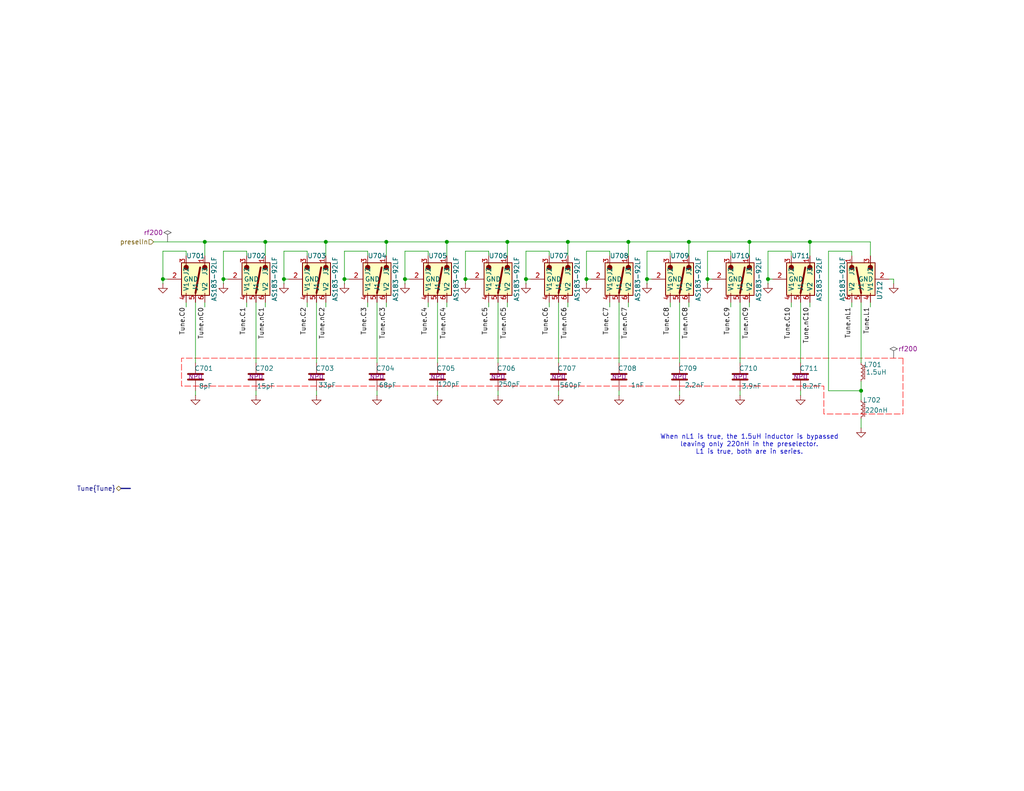
<source format=kicad_sch>
(kicad_sch (version 20250114) (generator "eeschema") (generator_version "9.0")
  (paper "USLetter")
  (title_block (title "Rx Digitally Tuned Preselector") (date "2025-10-13") (company "WB7NAB") (comment 1 "Alan Mimms"))
  (lib_symbols
    (symbol "Device:C" (pin_numbers (hide yes)) (pin_names (offset 0.254))
      (property "Reference" "C" (at 0.635 2.54 0))
      (property "Value" "C" (at 0.635 -2.54 0))
      (symbol "C_0_1"
        (polyline (pts (xy -2.032 0.762) (xy 2.032 0.762)) (stroke (width 0.508)))
        (polyline (pts (xy -2.032 -0.762) (xy 2.032 -0.762)) (stroke (width 0.508)))
      )
      (symbol "C_1_1"
        (pin passive line (at 0 3.81 270) (length 2.794) (name "~") (number "1"))
        (pin passive line (at 0 -3.81 90) (length 2.794) (name "~") (number "2"))
      )
    )
    (symbol "Device:L_Ferrite_Small" (pin_numbers (hide yes)) (pin_names (offset 0.254) (hide yes))
      (property "Reference" "L" (at 1.27 1.016 0))
      (property "Value" "L_Ferrite_Small" (at 1.27 -1.27 0))
      (symbol "L_Ferrite_Small_0_1"
        (arc (start 0 2.032) (mid 0.5058 1.524) (end 0 1.016))
        (arc (start 0 1.016) (mid 0.5058 0.508) (end 0 0))
        (arc (start 0 0) (mid 0.5058 -0.508) (end 0 -1.016))
        (arc (start 0 -1.016) (mid 0.5058 -1.524) (end 0 -2.032))
        (polyline (pts (xy 0.762 1.651) (xy 0.762 1.905)))
        (polyline (pts (xy 0.762 1.143) (xy 0.762 1.397)))
        (polyline (pts (xy 0.762 0.635) (xy 0.762 0.889)))
        (polyline (pts (xy 0.762 0.127) (xy 0.762 0.381)))
        (polyline (pts (xy 0.762 -0.381) (xy 0.762 -0.127)))
        (polyline (pts (xy 0.762 -0.889) (xy 0.762 -0.635)))
        (polyline (pts (xy 0.762 -1.397) (xy 0.762 -1.143)))
        (polyline (pts (xy 0.762 -1.905) (xy 0.762 -1.651)))
        (polyline (pts (xy 1.016 1.905) (xy 1.016 1.651)))
        (polyline (pts (xy 1.016 1.397) (xy 1.016 1.143)))
        (polyline (pts (xy 1.016 0.889) (xy 1.016 0.635)))
        (polyline (pts (xy 1.016 0.381) (xy 1.016 0.127)))
        (polyline (pts (xy 1.016 -0.127) (xy 1.016 -0.381)))
        (polyline (pts (xy 1.016 -0.635) (xy 1.016 -0.889)))
        (polyline (pts (xy 1.016 -1.143) (xy 1.016 -1.397)))
        (polyline (pts (xy 1.016 -1.651) (xy 1.016 -1.905)))
      )
      (symbol "L_Ferrite_Small_1_1"
        (pin passive line (at 0 2.54 270) (length 0.508) (name "~") (number "1"))
        (pin passive line (at 0 -2.54 90) (length 0.508) (name "~") (number "2"))
      )
    )
    (symbol "Library:AS183-92LF"
      (property "Reference" "S" (at 21.59 7.62 0))
      (property "Value" "AS183-92LF" (at 21.59 5.08 0))
      (symbol "AS183-92LF_1_1"
        (rectangle (start -4.445 3.81) (end 4.445 -3.81) (stroke (width 0.254)) (fill (type background)))
        (circle (center -3.175 2.54) (radius 0.635) (fill (type outline)))
        (circle (center -3.175 -2.54) (radius 0.635) (fill (type outline)))
        (polyline (pts (xy 3.81 2.54) (xy 1.27 2.54) (xy 1.27 0.635)) (stroke (width 0.127) (type dot)))
        (polyline (pts (xy 3.81 0) (xy -3.175 1.27)) (stroke (width 0.508)))
        (polyline (pts (xy 3.81 -2.54) (xy 1.27 -2.54) (xy 1.27 -1.27)) (stroke (width 0.127) (type dot)))
        (pin passive line (at -6.35 2.54 0) (length 2.54) (name "J3") (number "1"))
        (pin passive line (at -6.35 -2.54 0) (length 2.54) (name "J2") (number "3"))
        (pin passive line (at 0 -7.62 90) (length 3.81) (name "GND") (number "2"))
        (pin passive line (at 6.35 2.54 180) (length 2.54) (name "V2") (number "6"))
        (pin passive line (at 6.35 0 180) (length 2.54) (name "J1") (number "5"))
        (pin passive line (at 6.35 -2.54 180) (length 2.54) (name "V1") (number "4"))
      )
    )
    (symbol "power:GND" (power) (pin_numbers (hide yes)) (pin_names (offset 0) (hide yes))
      (property "Value" "GND" (at 0 -3.81 0))
      (symbol "GND_0_1"
        (polyline (pts (xy 0 0) (xy 0 -1.27) (xy 1.27 -1.27) (xy 0 -2.54) (xy -1.27 -1.27) (xy 0 -1.27)))
      )
      (symbol "GND_1_1"
        (pin power_in line (at 0 0 270) (length 0) (name "~") (number "1"))
      )
    )
  )
  (bus_alias "Tune" (members "C0" "nC0" "C1" "nC1" "C2" "nC2" "C3" "nC3" "C4" "nC4" "C5" "nC5" "C6" "nC6" "C7" "nC7" "C8" "nC8" "C9" "nC9" "C10" "nC10" "L1" "nL1" "atten24dB" "atten12dB" "atten6dB" "atten3dB" "n24dB" "n12dB" "n6dB" "n3dB"))
  (text "When nL1 is true, the 1.5uH inductor is bypassed\nleaving only 220nH in the preselector.\nL1 is true, both are in series." (at 204.47 121.412 0) (effects (font (size 1.27 1.27))))
  (junction (at 220.98 66.04))
  (junction (at 193.04 76.2))
  (junction (at 105.41 66.04))
  (junction (at 154.94 66.04))
  (junction (at 127 76.2))
  (junction (at 138.43 66.04))
  (junction (at 234.95 106.68))
  (junction (at 204.47 66.04))
  (junction (at 176.53 76.2))
  (junction (at 209.55 76.2))
  (junction (at 171.45 66.04))
  (junction (at 160.02 76.2))
  (junction (at 143.51 76.2))
  (junction (at 77.47 76.2))
  (junction (at 60.96 76.2))
  (junction (at 110.49 76.2))
  (junction (at 187.96 66.04))
  (junction (at 93.98 76.2))
  (junction (at 44.45 76.2))
  (junction (at 121.92 66.04))
  (junction (at 72.39 66.04))
  (junction (at 55.88 66.04))
  (junction (at 88.9 66.04))
  (wire (pts (xy 226.06 68.58) (xy 232.41 68.58)))
  (wire (pts (xy 127 76.2) (xy 128.27 76.2)))
  (wire (pts (xy 60.96 76.2) (xy 60.96 68.58)))
  (wire (pts (xy 133.35 82.55) (xy 133.35 83.82)))
  (wire (pts (xy 176.53 77.47) (xy 176.53 76.2)))
  (wire (pts (xy 77.47 76.2) (xy 77.47 68.58)))
  (wire (pts (xy 67.31 82.55) (xy 67.31 83.82)))
  (wire (pts (xy 143.51 76.2) (xy 144.78 76.2)))
  (wire (pts (xy 182.88 82.55) (xy 182.88 83.82)))
  (wire (pts (xy 237.49 69.85) (xy 237.49 66.04)))
  (bus (pts (xy 33.02 133.35) (xy 35.56 133.35)))
  (wire (pts (xy 102.87 82.55) (xy 102.87 99.06)))
  (wire (pts (xy 110.49 68.58) (xy 116.84 68.58)))
  (wire (pts (xy 182.88 68.58) (xy 182.88 69.85)))
  (wire (pts (xy 60.96 77.47) (xy 60.96 76.2)))
  (wire (pts (xy 166.37 68.58) (xy 166.37 69.85)))
  (wire (pts (xy 209.55 68.58) (xy 215.9 68.58)))
  (wire (pts (xy 119.38 82.55) (xy 119.38 99.06)))
  (wire (pts (xy 209.55 76.2) (xy 210.82 76.2)))
  (wire (pts (xy 72.39 66.04) (xy 88.9 66.04)))
  (wire (pts (xy 187.96 66.04) (xy 187.96 69.85)))
  (wire (pts (xy 121.92 66.04) (xy 121.92 69.85)))
  (wire (pts (xy 160.02 77.47) (xy 160.02 76.2)))
  (wire (pts (xy 160.02 68.58) (xy 166.37 68.58)))
  (wire (pts (xy 93.98 77.47) (xy 93.98 76.2)))
  (wire (pts (xy 77.47 68.58) (xy 83.82 68.58)))
  (wire (pts (xy 154.94 66.04) (xy 171.45 66.04)))
  (wire (pts (xy 138.43 66.04) (xy 138.43 69.85)))
  (wire (pts (xy 110.49 77.47) (xy 110.49 76.2)))
  (wire (pts (xy 88.9 66.04) (xy 105.41 66.04)))
  (wire (pts (xy 226.06 68.58) (xy 226.06 106.68)))
  (wire (pts (xy 149.86 82.55) (xy 149.86 83.82)))
  (wire (pts (xy 193.04 68.58) (xy 199.39 68.58)))
  (wire (pts (xy 168.91 82.55) (xy 168.91 99.06)))
  (wire (pts (xy 242.57 76.2) (xy 243.84 76.2)))
  (wire (pts (xy 215.9 82.55) (xy 215.9 83.82)))
  (wire (pts (xy 135.89 82.55) (xy 135.89 99.06)))
  (wire (pts (xy 121.92 66.04) (xy 138.43 66.04)))
  (wire (pts (xy 69.85 106.68) (xy 69.85 107.95)))
  (wire (pts (xy 152.4 82.55) (xy 152.4 99.06)))
  (wire (pts (xy 185.42 82.55) (xy 185.42 99.06)))
  (wire (pts (xy 135.89 106.68) (xy 135.89 107.95)))
  (wire (pts (xy 187.96 66.04) (xy 204.47 66.04)))
  (wire (pts (xy 105.41 66.04) (xy 105.41 69.85)))
  (wire (pts (xy 127 68.58) (xy 133.35 68.58)))
  (wire (pts (xy 234.95 82.55) (xy 234.95 99.06)))
  (wire (pts (xy 86.36 82.55) (xy 86.36 99.06)))
  (wire (pts (xy 77.47 77.47) (xy 77.47 76.2)))
  (wire (pts (xy 193.04 76.2) (xy 194.31 76.2)))
  (wire (pts (xy 201.93 82.55) (xy 201.93 99.06)))
  (wire (pts (xy 105.41 66.04) (xy 121.92 66.04)))
  (wire (pts (xy 83.82 82.55) (xy 83.82 83.82)))
  (wire (pts (xy 105.41 82.55) (xy 105.41 83.82)))
  (wire (pts (xy 44.45 76.2) (xy 44.45 68.58)))
  (wire (pts (xy 209.55 76.2) (xy 209.55 68.58)))
  (wire (pts (xy 154.94 82.55) (xy 154.94 83.82)))
  (wire (pts (xy 60.96 76.2) (xy 62.23 76.2)))
  (wire (pts (xy 100.33 68.58) (xy 100.33 69.85)))
  (wire (pts (xy 234.95 106.68) (xy 234.95 109.22)))
  (wire (pts (xy 199.39 82.55) (xy 199.39 83.82)))
  (wire (pts (xy 69.85 82.55) (xy 69.85 99.06)))
  (wire (pts (xy 93.98 76.2) (xy 93.98 68.58)))
  (wire (pts (xy 110.49 76.2) (xy 110.49 68.58)))
  (wire (pts (xy 77.47 76.2) (xy 78.74 76.2)))
  (wire (pts (xy 199.39 68.58) (xy 199.39 69.85)))
  (wire (pts (xy 41.91 66.04) (xy 55.88 66.04)))
  (wire (pts (xy 53.34 82.55) (xy 53.34 99.06)))
  (wire (pts (xy 60.96 68.58) (xy 67.31 68.58)))
  (wire (pts (xy 176.53 76.2) (xy 176.53 68.58)))
  (wire (pts (xy 220.98 66.04) (xy 220.98 69.85)))
  (wire (pts (xy 72.39 82.55) (xy 72.39 83.82)))
  (wire (pts (xy 218.44 106.68) (xy 218.44 107.95)))
  (wire (pts (xy 127 76.2) (xy 127 68.58)))
  (wire (pts (xy 149.86 68.58) (xy 149.86 69.85)))
  (wire (pts (xy 160.02 76.2) (xy 161.29 76.2)))
  (wire (pts (xy 171.45 82.55) (xy 171.45 83.82)))
  (wire (pts (xy 185.42 106.68) (xy 185.42 107.95)))
  (wire (pts (xy 44.45 68.58) (xy 50.8 68.58)))
  (wire (pts (xy 67.31 68.58) (xy 67.31 69.85)))
  (wire (pts (xy 168.91 106.68) (xy 168.91 107.95)))
  (wire (pts (xy 160.02 76.2) (xy 160.02 68.58)))
  (wire (pts (xy 44.45 76.2) (xy 45.72 76.2)))
  (wire (pts (xy 86.36 106.68) (xy 86.36 107.95)))
  (wire (pts (xy 234.95 114.3) (xy 234.95 116.84)))
  (wire (pts (xy 209.55 77.47) (xy 209.55 76.2)))
  (wire (pts (xy 55.88 66.04) (xy 72.39 66.04)))
  (wire (pts (xy 50.8 82.55) (xy 50.8 83.82)))
  (wire (pts (xy 72.39 66.04) (xy 72.39 69.85)))
  (wire (pts (xy 138.43 82.55) (xy 138.43 83.82)))
  (wire (pts (xy 193.04 77.47) (xy 193.04 76.2)))
  (wire (pts (xy 232.41 82.55) (xy 232.41 83.82)))
  (wire (pts (xy 88.9 82.55) (xy 88.9 83.82)))
  (wire (pts (xy 83.82 68.58) (xy 83.82 69.85)))
  (wire (pts (xy 176.53 76.2) (xy 177.8 76.2)))
  (wire (pts (xy 110.49 76.2) (xy 111.76 76.2)))
  (wire (pts (xy 88.9 66.04) (xy 88.9 69.85)))
  (wire (pts (xy 243.84 76.2) (xy 243.84 77.47)))
  (wire (pts (xy 121.92 82.55) (xy 121.92 83.82)))
  (wire (pts (xy 171.45 66.04) (xy 187.96 66.04)))
  (wire (pts (xy 143.51 68.58) (xy 149.86 68.58)))
  (wire (pts (xy 119.38 106.68) (xy 119.38 107.95)))
  (wire (pts (xy 133.35 68.58) (xy 133.35 69.85)))
  (wire (pts (xy 53.34 106.68) (xy 53.34 107.95)))
  (wire (pts (xy 93.98 76.2) (xy 95.25 76.2)))
  (wire (pts (xy 55.88 82.55) (xy 55.88 83.82)))
  (wire (pts (xy 204.47 66.04) (xy 204.47 69.85)))
  (wire (pts (xy 204.47 66.04) (xy 220.98 66.04)))
  (wire (pts (xy 143.51 76.2) (xy 143.51 68.58)))
  (wire (pts (xy 237.49 66.04) (xy 220.98 66.04)))
  (wire (pts (xy 100.33 82.55) (xy 100.33 83.82)))
  (wire (pts (xy 204.47 82.55) (xy 204.47 83.82)))
  (wire (pts (xy 93.98 68.58) (xy 100.33 68.58)))
  (wire (pts (xy 152.4 106.68) (xy 152.4 107.95)))
  (wire (pts (xy 102.87 106.68) (xy 102.87 107.95)))
  (wire (pts (xy 237.49 82.55) (xy 237.49 83.82)))
  (wire (pts (xy 220.98 82.55) (xy 220.98 83.82)))
  (wire (pts (xy 193.04 76.2) (xy 193.04 68.58)))
  (wire (pts (xy 187.96 82.55) (xy 187.96 83.82)))
  (wire (pts (xy 166.37 82.55) (xy 166.37 83.82)))
  (wire (pts (xy 50.8 68.58) (xy 50.8 69.85)))
  (wire (pts (xy 234.95 104.14) (xy 234.95 106.68)))
  (wire (pts (xy 171.45 66.04) (xy 171.45 69.85)))
  (wire (pts (xy 218.44 82.55) (xy 218.44 99.06)))
  (wire (pts (xy 55.88 66.04) (xy 55.88 69.85)))
  (wire (pts (xy 138.43 66.04) (xy 154.94 66.04)))
  (wire (pts (xy 116.84 82.55) (xy 116.84 83.82)))
  (wire (pts (xy 127 77.47) (xy 127 76.2)))
  (wire (pts (xy 154.94 66.04) (xy 154.94 69.85)))
  (wire (pts (xy 232.41 68.58) (xy 232.41 69.85)))
  (wire (pts (xy 201.93 106.68) (xy 201.93 107.95)))
  (wire (pts (xy 116.84 68.58) (xy 116.84 69.85)))
  (wire (pts (xy 226.06 106.68) (xy 234.95 106.68)))
  (wire (pts (xy 215.9 68.58) (xy 215.9 69.85)))
  (wire (pts (xy 176.53 68.58) (xy 182.88 68.58)))
  (wire (pts (xy 44.45 77.47) (xy 44.45 76.2)))
  (wire (pts (xy 143.51 77.47) (xy 143.51 76.2)))
  (image (at 462.28 -25.4))
  (label "Tune.nC8" (at 187.96 83.82 270))
  (label "Tune.nC4" (at 121.92 83.82 270))
  (label "Tune.C4" (at 116.84 83.82 270))
  (label "Tune.nC2" (at 88.9 83.82 270))
  (label "Tune.nC3" (at 105.41 83.82 270))
  (label "Tune.C2" (at 83.82 83.82 270))
  (label "Tune.nC10" (at 220.98 83.82 270))
  (label "Tune.C10" (at 215.9 83.82 270))
  (label "Tune.nC5" (at 138.43 83.82 270))
  (label "Tune.C3" (at 100.33 83.82 270))
  (label "Tune.L1" (at 237.49 83.82 270))
  (label "Tune.C7" (at 166.37 83.82 270))
  (label "Tune.nC7" (at 171.45 83.82 270))
  (label "Tune.C8" (at 182.88 83.82 270))
  (label "Tune.C9" (at 199.39 83.82 270))
  (label "Tune.C5" (at 133.35 83.82 270))
  (label "Tune.C1" (at 67.31 83.82 270))
  (label "Tune.C0" (at 50.8 83.82 270))
  (label "Tune.nC1" (at 72.39 83.82 270))
  (label "Tune.nL1" (at 232.41 83.82 270))
  (label "Tune.C6" (at 149.86 83.82 270))
  (label "Tune.nC6" (at 154.94 83.82 270))
  (label "Tune.nC9" (at 204.47 83.82 270))
  (label "Tune.nC0" (at 55.88 83.82 270))
  (hierarchical_label "Tune{Tune}" (shape bidirectional) (at 33.02 133.35 180))
  (hierarchical_label "preselIn" (shape input) (at 41.91 66.04 180))
  (rule_area (polyline (pts (xy 246.38 97.79) (xy 246.38 113.03) (xy 224.79 113.03) (xy 224.79 105.41) (xy 49.53 105.41) (xy 49.53 97.79)) (stroke (width 0) (type dash))))
  (netclass_flag "" (length 2.54) (shape diamond) (at 243.84 97.79 0) (property "Netclass" "rf200" (at 245.0465 95.25 0) (effects (justify left))))
  (netclass_flag "" (length 2.54) (shape diamond) (at 45.72 66.04 0) (property "Netclass" "rf200" (at 44.5135 63.5 0) (effects (justify right))))
  (symbol (lib_id "Device:C") (at 86.36 102.87 0) (unit 1)
    (property "Reference" "C703" (at 91.186 100.584 0) (effects (justify right)))
    (property "Value" "33pF" (at 91.694 105.156 0) (effects (justify right)))
    (property "Footprint" "Capacitor_SMD:C_0603_1608Metric" (effects (hide yes)))
    (property "Description" "Unpolarized capacitor" (effects (hide yes)))
    (property "cap-type" "NP0" (at 86.36 102.87 0))
    (property "working-voltage" "50V" (effects (hide yes)))
    (property "Manufacturer_Name" "TDK" (effects (hide yes)))
    (property "Manufacturer_Part_Number" "CGA3E2C0G1H330J080AA" (effects (hide yes)))
    (property "Mouser Part Number" "810-CGA3E2C0G1H330J" (effects (hide yes)))
  )
  (symbol (lib_id "power:GND") (at 86.36 107.95 0) (unit 1)
    (property "Reference" "#PWR0706" (effects (hide yes)))
    (property "Value" "GND" (effects (hide yes)))
    (property "Description" "Power symbol creates a global label with name \"GND\" , ground" (effects (hide yes)))
  )
  (symbol (lib_id "power:GND") (at 168.91 107.95 0) (unit 1)
    (property "Reference" "#PWR0716" (effects (hide yes)))
    (property "Value" "GND" (effects (hide yes)))
    (property "Description" "Power symbol creates a global label with name \"GND\" , ground" (effects (hide yes)))
  )
  (symbol (lib_id "Library:AS183-92LF") (at 234.95 76.2 90) (mirror x) (unit 1)
    (property "Reference" "U712" (at 240.03 76.708 0) (effects (justify left)))
    (property "Value" "AS183-92LF" (at 229.87 76.2 0))
    (property "Footprint" "Library:SOT65P220X110-6N" (effects (hide yes)))
    (property "Datasheet" "https://www.skyworksinc.com/-/media/SkyWorks/Documents/Products/1-100/200177D.pdf" (effects (hide yes)))
    (property "Description" "RF Switch ICs .3-2500MHz IL .3dB IP3 +43dBm" (effects (hide yes)))
    (property "Height" "1.1" (effects (hide yes)))
    (property "Mouser Part Number" "873-AS183-92LF" (effects (hide yes)))
    (property "Mouser Price/Stock" "https://www.mouser.co.uk/ProductDetail/Skyworks-Solutions-Inc/AS183-92LF?qs=WMHGlxXAKT9uKJ5iI33IgQ%3D%3D" (effects (hide yes)))
    (property "Manufacturer_Name" "Skyworks" (effects (hide yes)))
    (property "Manufacturer_Part_Number" "AS183-92LF" (effects (hide yes)))
  )
  (symbol (lib_id "power:GND") (at 135.89 107.95 0) (unit 1)
    (property "Reference" "#PWR0712" (effects (hide yes)))
    (property "Value" "GND" (effects (hide yes)))
    (property "Description" "Power symbol creates a global label with name \"GND\" , ground" (effects (hide yes)))
  )
  (symbol (lib_id "Device:C") (at 53.34 102.87 0) (unit 1)
    (property "Reference" "C701" (at 58.166 100.584 0) (effects (justify right)))
    (property "Value" "8pF" (at 57.912 105.41 0) (effects (justify right)))
    (property "Footprint" "Capacitor_SMD:C_0603_1608Metric" (effects (hide yes)))
    (property "Description" "Unpolarized capacitor" (effects (hide yes)))
    (property "cap-type" "NP0" (at 53.34 102.87 0))
    (property "working-voltage" "50V" (effects (hide yes)))
    (property "Manufacturer_Name" "TDK" (effects (hide yes)))
    (property "Manufacturer_Part_Number" "CGA3E2C0G1H080D080AA" (effects (hide yes)))
    (property "Mouser Part Number" "810-CGA3E2C0G1H080D" (effects (hide yes)))
  )
  (symbol (lib_id "Library:AS183-92LF") (at 201.93 76.2 270) (unit 1)
    (property "Reference" "U710" (at 199.39 69.85 90) (effects (justify left)))
    (property "Value" "AS183-92LF" (at 207.01 76.2 0))
    (property "Footprint" "Library:SOT65P220X110-6N" (effects (hide yes)))
    (property "Datasheet" "https://www.skyworksinc.com/-/media/SkyWorks/Documents/Products/1-100/200177D.pdf" (effects (hide yes)))
    (property "Description" "RF Switch ICs .3-2500MHz IL .3dB IP3 +43dBm" (effects (hide yes)))
    (property "Height" "1.1" (effects (hide yes)))
    (property "Mouser Part Number" "873-AS183-92LF" (effects (hide yes)))
    (property "Mouser Price/Stock" "https://www.mouser.co.uk/ProductDetail/Skyworks-Solutions-Inc/AS183-92LF?qs=WMHGlxXAKT9uKJ5iI33IgQ%3D%3D" (effects (hide yes)))
    (property "Manufacturer_Name" "Skyworks" (effects (hide yes)))
    (property "Manufacturer_Part_Number" "AS183-92LF" (effects (hide yes)))
  )
  (symbol (lib_id "power:GND") (at 209.55 77.47 0) (unit 1)
    (property "Reference" "#PWR0721" (effects (hide yes)))
    (property "Value" "GND" (effects (hide yes)))
    (property "Description" "Power symbol creates a global label with name \"GND\" , ground" (effects (hide yes)))
  )
  (symbol (lib_id "power:GND") (at 193.04 77.47 0) (unit 1)
    (property "Reference" "#PWR0719" (effects (hide yes)))
    (property "Value" "GND" (effects (hide yes)))
    (property "Description" "Power symbol creates a global label with name \"GND\" , ground" (effects (hide yes)))
  )
  (symbol (lib_id "power:GND") (at 234.95 116.84 0) (unit 1)
    (property "Reference" "#PWR0723" (effects (hide yes)))
    (property "Value" "GND" (effects (hide yes)))
    (property "Description" "Power symbol creates a global label with name \"GND\" , ground" (effects (hide yes)))
  )
  (symbol (lib_id "Library:AS183-92LF") (at 135.89 76.2 270) (unit 1)
    (property "Reference" "U706" (at 133.35 69.85 90) (effects (justify left)))
    (property "Value" "AS183-92LF" (at 140.97 76.2 0))
    (property "Footprint" "Library:SOT65P220X110-6N" (effects (hide yes)))
    (property "Datasheet" "https://www.skyworksinc.com/-/media/SkyWorks/Documents/Products/1-100/200177D.pdf" (effects (hide yes)))
    (property "Description" "RF Switch ICs .3-2500MHz IL .3dB IP3 +43dBm" (effects (hide yes)))
    (property "Height" "1.1" (effects (hide yes)))
    (property "Mouser Part Number" "873-AS183-92LF" (effects (hide yes)))
    (property "Mouser Price/Stock" "https://www.mouser.co.uk/ProductDetail/Skyworks-Solutions-Inc/AS183-92LF?qs=WMHGlxXAKT9uKJ5iI33IgQ%3D%3D" (effects (hide yes)))
    (property "Manufacturer_Name" "Skyworks" (effects (hide yes)))
    (property "Manufacturer_Part_Number" "AS183-92LF" (effects (hide yes)))
  )
  (symbol (lib_id "power:GND") (at 127 77.47 0) (unit 1)
    (property "Reference" "#PWR0711" (effects (hide yes)))
    (property "Value" "GND" (effects (hide yes)))
    (property "Description" "Power symbol creates a global label with name \"GND\" , ground" (effects (hide yes)))
  )
  (symbol (lib_id "power:GND") (at 53.34 107.95 0) (unit 1)
    (property "Reference" "#PWR0702" (effects (hide yes)))
    (property "Value" "GND" (effects (hide yes)))
    (property "Description" "Power symbol creates a global label with name \"GND\" , ground" (effects (hide yes)))
  )
  (symbol (lib_id "Library:AS183-92LF") (at 152.4 76.2 270) (unit 1)
    (property "Reference" "U707" (at 149.86 69.85 90) (effects (justify left)))
    (property "Value" "AS183-92LF" (at 157.48 76.2 0))
    (property "Footprint" "Library:SOT65P220X110-6N" (effects (hide yes)))
    (property "Datasheet" "https://www.skyworksinc.com/-/media/SkyWorks/Documents/Products/1-100/200177D.pdf" (effects (hide yes)))
    (property "Description" "RF Switch ICs .3-2500MHz IL .3dB IP3 +43dBm" (effects (hide yes)))
    (property "Height" "1.1" (effects (hide yes)))
    (property "Mouser Part Number" "873-AS183-92LF" (effects (hide yes)))
    (property "Mouser Price/Stock" "https://www.mouser.co.uk/ProductDetail/Skyworks-Solutions-Inc/AS183-92LF?qs=WMHGlxXAKT9uKJ5iI33IgQ%3D%3D" (effects (hide yes)))
    (property "Manufacturer_Name" "Skyworks" (effects (hide yes)))
    (property "Manufacturer_Part_Number" "AS183-92LF" (effects (hide yes)))
  )
  (symbol (lib_id "Library:AS183-92LF") (at 119.38 76.2 270) (unit 1)
    (property "Reference" "U705" (at 116.84 69.85 90) (effects (justify left)))
    (property "Value" "AS183-92LF" (at 124.46 76.2 0))
    (property "Footprint" "Library:SOT65P220X110-6N" (effects (hide yes)))
    (property "Datasheet" "https://www.skyworksinc.com/-/media/SkyWorks/Documents/Products/1-100/200177D.pdf" (effects (hide yes)))
    (property "Description" "RF Switch ICs .3-2500MHz IL .3dB IP3 +43dBm" (effects (hide yes)))
    (property "Height" "1.1" (effects (hide yes)))
    (property "Mouser Part Number" "873-AS183-92LF" (effects (hide yes)))
    (property "Mouser Price/Stock" "https://www.mouser.co.uk/ProductDetail/Skyworks-Solutions-Inc/AS183-92LF?qs=WMHGlxXAKT9uKJ5iI33IgQ%3D%3D" (effects (hide yes)))
    (property "Manufacturer_Name" "Skyworks" (effects (hide yes)))
    (property "Manufacturer_Part_Number" "AS183-92LF" (effects (hide yes)))
  )
  (symbol (lib_id "power:GND") (at 218.44 107.95 0) (unit 1)
    (property "Reference" "#PWR0722" (effects (hide yes)))
    (property "Value" "GND" (effects (hide yes)))
    (property "Description" "Power symbol creates a global label with name \"GND\" , ground" (effects (hide yes)))
  )
  (symbol (lib_id "power:GND") (at 201.93 107.95 0) (unit 1)
    (property "Reference" "#PWR0720" (effects (hide yes)))
    (property "Value" "GND" (effects (hide yes)))
    (property "Description" "Power symbol creates a global label with name \"GND\" , ground" (effects (hide yes)))
  )
  (symbol (lib_id "power:GND") (at 102.87 107.95 0) (unit 1)
    (property "Reference" "#PWR0708" (effects (hide yes)))
    (property "Value" "GND" (effects (hide yes)))
    (property "Description" "Power symbol creates a global label with name \"GND\" , ground" (effects (hide yes)))
  )
  (symbol (lib_id "power:GND") (at 243.84 77.47 0) (mirror y) (unit 1)
    (property "Reference" "#PWR0724" (effects (hide yes)))
    (property "Value" "GND" (effects (hide yes)))
    (property "Description" "Power symbol creates a global label with name \"GND\" , ground" (effects (hide yes)))
  )
  (symbol (lib_id "Library:AS183-92LF") (at 53.34 76.2 270) (unit 1)
    (property "Reference" "U701" (at 50.8 69.85 90) (effects (justify left)))
    (property "Value" "AS183-92LF" (at 58.42 76.2 0))
    (property "Footprint" "Library:SOT65P220X110-6N" (effects (hide yes)))
    (property "Datasheet" "https://www.skyworksinc.com/-/media/SkyWorks/Documents/Products/1-100/200177D.pdf" (effects (hide yes)))
    (property "Description" "RF Switch ICs .3-2500MHz IL .3dB IP3 +43dBm" (effects (hide yes)))
    (property "Height" "1.1" (effects (hide yes)))
    (property "Mouser Part Number" "873-AS183-92LF" (effects (hide yes)))
    (property "Mouser Price/Stock" "https://www.mouser.co.uk/ProductDetail/Skyworks-Solutions-Inc/AS183-92LF?qs=WMHGlxXAKT9uKJ5iI33IgQ%3D%3D" (effects (hide yes)))
    (property "Manufacturer_Name" "Skyworks" (effects (hide yes)))
    (property "Manufacturer_Part_Number" "AS183-92LF" (effects (hide yes)))
  )
  (symbol (lib_id "Device:C") (at 135.89 102.87 0) (unit 1)
    (property "Reference" "C706" (at 140.716 100.584 0) (effects (justify right)))
    (property "Value" "250pF" (at 141.986 104.902 0) (effects (justify right)))
    (property "Footprint" "Capacitor_SMD:C_0603_1608Metric" (effects (hide yes)))
    (property "Description" "Unpolarized capacitor" (effects (hide yes)))
    (property "cap-type" "NP0" (at 135.89 102.87 0))
    (property "working-voltage" "50V" (effects (hide yes)))
    (property "Manufacturer_Name" "Kyocera AVX" (effects (hide yes)))
    (property "Manufacturer_Part_Number" "06035A251JAT2A" (effects (hide yes)))
    (property "Mouser Part Number" "581-06035A251J" (effects (hide yes)))
  )
  (symbol (lib_id "Device:C") (at 168.91 102.87 0) (unit 1)
    (property "Reference" "C708" (at 173.736 100.584 0) (effects (justify right)))
    (property "Value" "1nF" (at 175.768 105.156 0) (effects (justify right)))
    (property "Footprint" "Capacitor_SMD:C_0603_1608Metric" (effects (hide yes)))
    (property "Description" "Unpolarized capacitor" (effects (hide yes)))
    (property "cap-type" "NP0" (at 168.91 102.87 0))
    (property "working-voltage" "50V" (effects (hide yes)))
    (property "Manufacturer_Name" "TDK" (effects (hide yes)))
    (property "Manufacturer_Part_Number" "C1608C0G1H102J080AA" (effects (hide yes)))
    (property "Mouser Part Number" "810-C1608C0G1H102J" (effects (hide yes)))
  )
  (symbol (lib_id "power:GND") (at 93.98 77.47 0) (unit 1)
    (property "Reference" "#PWR0707" (effects (hide yes)))
    (property "Value" "GND" (effects (hide yes)))
    (property "Description" "Power symbol creates a global label with name \"GND\" , ground" (effects (hide yes)))
  )
  (symbol (lib_id "Library:AS183-92LF") (at 185.42 76.2 270) (unit 1)
    (property "Reference" "U709" (at 182.88 69.85 90) (effects (justify left)))
    (property "Value" "AS183-92LF" (at 190.5 76.2 0))
    (property "Footprint" "Library:SOT65P220X110-6N" (effects (hide yes)))
    (property "Datasheet" "https://www.skyworksinc.com/-/media/SkyWorks/Documents/Products/1-100/200177D.pdf" (effects (hide yes)))
    (property "Description" "RF Switch ICs .3-2500MHz IL .3dB IP3 +43dBm" (effects (hide yes)))
    (property "Height" "1.1" (effects (hide yes)))
    (property "Mouser Part Number" "873-AS183-92LF" (effects (hide yes)))
    (property "Mouser Price/Stock" "https://www.mouser.co.uk/ProductDetail/Skyworks-Solutions-Inc/AS183-92LF?qs=WMHGlxXAKT9uKJ5iI33IgQ%3D%3D" (effects (hide yes)))
    (property "Manufacturer_Name" "Skyworks" (effects (hide yes)))
    (property "Manufacturer_Part_Number" "AS183-92LF" (effects (hide yes)))
  )
  (symbol (lib_id "Device:C") (at 69.85 102.87 0) (unit 1)
    (property "Reference" "C702" (at 74.676 100.584 0) (effects (justify right)))
    (property "Value" "15pF" (at 74.93 105.41 0) (effects (justify right)))
    (property "Footprint" "Capacitor_SMD:C_0603_1608Metric" (effects (hide yes)))
    (property "Description" "Unpolarized capacitor" (effects (hide yes)))
    (property "cap-type" "NP0" (at 69.85 102.87 0))
    (property "working-voltage" "50V" (effects (hide yes)))
    (property "Manufacturer_Name" "TDK" (effects (hide yes)))
    (property "Manufacturer_Part_Number" "CGA3E2C0G1H150J080AA" (effects (hide yes)))
    (property "Mouser Part Number" "810-CGA3E2C0G1H150J" (effects (hide yes)))
  )
  (symbol (lib_id "Device:C") (at 201.93 102.87 0) (unit 1)
    (property "Reference" "C710" (at 206.756 100.584 0) (effects (justify right)))
    (property "Value" "3.9nF" (at 207.772 105.41 0) (effects (justify right)))
    (property "Footprint" "Capacitor_SMD:C_0603_1608Metric" (effects (hide yes)))
    (property "Description" "Unpolarized capacitor" (effects (hide yes)))
    (property "cap-type" "NP0" (at 201.93 102.87 0))
    (property "working-voltage" "50V" (effects (hide yes)))
    (property "Manufacturer_Name" "TDK" (effects (hide yes)))
    (property "Manufacturer_Part_Number" "CGA3E2C0G1H392J080AA" (effects (hide yes)))
    (property "Mouser Part Number" "810-CGA3E2C0G1H392J" (effects (hide yes)))
  )
  (symbol (lib_id "power:GND") (at 110.49 77.47 0) (unit 1)
    (property "Reference" "#PWR0709" (effects (hide yes)))
    (property "Value" "GND" (effects (hide yes)))
    (property "Description" "Power symbol creates a global label with name \"GND\" , ground" (effects (hide yes)))
  )
  (symbol (lib_id "power:GND") (at 77.47 77.47 0) (unit 1)
    (property "Reference" "#PWR0705" (effects (hide yes)))
    (property "Value" "GND" (effects (hide yes)))
    (property "Description" "Power symbol creates a global label with name \"GND\" , ground" (effects (hide yes)))
  )
  (symbol (lib_id "Device:C") (at 119.38 102.87 0) (unit 1)
    (property "Reference" "C705" (at 124.206 100.584 0) (effects (justify right)))
    (property "Value" "120pF" (at 125.476 104.902 0) (effects (justify right)))
    (property "Footprint" "Capacitor_SMD:C_0603_1608Metric" (effects (hide yes)))
    (property "Description" "Unpolarized capacitor" (effects (hide yes)))
    (property "cap-type" "NP0" (at 119.38 102.87 0))
    (property "working-voltage" "50V" (effects (hide yes)))
    (property "Manufacturer_Name" "TDK" (effects (hide yes)))
    (property "Manufacturer_Part_Number" "CGA3E2C0G1H121J080AA" (effects (hide yes)))
    (property "Mouser Part Number" "810-CGA3E2C0G1H121J" (effects (hide yes)))
  )
  (symbol (lib_id "Library:AS183-92LF") (at 168.91 76.2 270) (unit 1)
    (property "Reference" "U708" (at 166.37 69.85 90) (effects (justify left)))
    (property "Value" "AS183-92LF" (at 173.99 76.2 0))
    (property "Footprint" "Library:SOT65P220X110-6N" (effects (hide yes)))
    (property "Datasheet" "https://www.skyworksinc.com/-/media/SkyWorks/Documents/Products/1-100/200177D.pdf" (effects (hide yes)))
    (property "Description" "RF Switch ICs .3-2500MHz IL .3dB IP3 +43dBm" (effects (hide yes)))
    (property "Height" "1.1" (effects (hide yes)))
    (property "Mouser Part Number" "873-AS183-92LF" (effects (hide yes)))
    (property "Mouser Price/Stock" "https://www.mouser.co.uk/ProductDetail/Skyworks-Solutions-Inc/AS183-92LF?qs=WMHGlxXAKT9uKJ5iI33IgQ%3D%3D" (effects (hide yes)))
    (property "Manufacturer_Name" "Skyworks" (effects (hide yes)))
    (property "Manufacturer_Part_Number" "AS183-92LF" (effects (hide yes)))
  )
  (symbol (lib_id "power:GND") (at 143.51 77.47 0) (unit 1)
    (property "Reference" "#PWR0713" (effects (hide yes)))
    (property "Value" "GND" (effects (hide yes)))
    (property "Description" "Power symbol creates a global label with name \"GND\" , ground" (effects (hide yes)))
  )
  (symbol (lib_id "power:GND") (at 44.45 77.47 0) (unit 1)
    (property "Reference" "#PWR0701" (effects (hide yes)))
    (property "Value" "GND" (effects (hide yes)))
    (property "Description" "Power symbol creates a global label with name \"GND\" , ground" (effects (hide yes)))
  )
  (symbol (lib_id "Device:L_Ferrite_Small") (at 234.95 101.6 0) (unit 1)
    (property "Reference" "L701" (at 235.712 99.568 0) (effects (justify left)))
    (property "Value" "1.5uH" (at 236.22 101.6 0) (effects (justify left)))
    (property "Footprint" "Inductor_SMD:L_1210_3225Metric" (effects (hide yes)))
    (property "Description" "Inductor with ferrite core, small symbol" (effects (hide yes)))
    (property "MF" "TDK" (effects (hide yes)))
    (property "MP" "NLV32T-1R5J-EF" (effects (hide yes)))
    (property "Mouser-part-number" "810-NLV32T-1R5J-EF" (effects (hide yes)))
  )
  (symbol (lib_id "power:GND") (at 69.85 107.95 0) (unit 1)
    (property "Reference" "#PWR0704" (effects (hide yes)))
    (property "Value" "GND" (effects (hide yes)))
    (property "Description" "Power symbol creates a global label with name \"GND\" , ground" (effects (hide yes)))
  )
  (symbol (lib_id "power:GND") (at 119.38 107.95 0) (unit 1)
    (property "Reference" "#PWR0710" (effects (hide yes)))
    (property "Value" "GND" (effects (hide yes)))
    (property "Description" "Power symbol creates a global label with name \"GND\" , ground" (effects (hide yes)))
  )
  (symbol (lib_id "Device:C") (at 218.44 102.87 0) (unit 1)
    (property "Reference" "C711" (at 223.266 100.584 0) (effects (justify right)))
    (property "Value" "8.2nF" (at 224.282 105.41 0) (effects (justify right)))
    (property "Footprint" "Capacitor_SMD:C_0603_1608Metric" (effects (hide yes)))
    (property "Description" "Unpolarized capacitor" (effects (hide yes)))
    (property "cap-type" "NP0" (at 218.44 102.87 0))
    (property "working-voltage" "50V" (effects (hide yes)))
    (property "Manufacturer_Name" "TDK" (effects (hide yes)))
    (property "Manufacturer_Part_Number" "CGA3E2C0G1H822J080AE" (effects (hide yes)))
    (property "Mouser Part Number" "810-CGA3E2C0G1H822J8" (effects (hide yes)))
  )
  (symbol (lib_id "Library:AS183-92LF") (at 218.44 76.2 270) (unit 1)
    (property "Reference" "U711" (at 215.9 69.85 90) (effects (justify left)))
    (property "Value" "AS183-92LF" (at 223.52 76.2 0))
    (property "Footprint" "Library:SOT65P220X110-6N" (effects (hide yes)))
    (property "Datasheet" "https://www.skyworksinc.com/-/media/SkyWorks/Documents/Products/1-100/200177D.pdf" (effects (hide yes)))
    (property "Description" "RF Switch ICs .3-2500MHz IL .3dB IP3 +43dBm" (effects (hide yes)))
    (property "Height" "1.1" (effects (hide yes)))
    (property "Mouser Part Number" "873-AS183-92LF" (effects (hide yes)))
    (property "Mouser Price/Stock" "https://www.mouser.co.uk/ProductDetail/Skyworks-Solutions-Inc/AS183-92LF?qs=WMHGlxXAKT9uKJ5iI33IgQ%3D%3D" (effects (hide yes)))
    (property "Manufacturer_Name" "Skyworks" (effects (hide yes)))
    (property "Manufacturer_Part_Number" "AS183-92LF" (effects (hide yes)))
  )
  (symbol (lib_id "Library:AS183-92LF") (at 86.36 76.2 270) (unit 1)
    (property "Reference" "U703" (at 83.82 69.85 90) (effects (justify left)))
    (property "Value" "AS183-92LF" (at 91.44 76.2 0))
    (property "Footprint" "Library:SOT65P220X110-6N" (effects (hide yes)))
    (property "Datasheet" "https://www.skyworksinc.com/-/media/SkyWorks/Documents/Products/1-100/200177D.pdf" (effects (hide yes)))
    (property "Description" "RF Switch ICs .3-2500MHz IL .3dB IP3 +43dBm" (effects (hide yes)))
    (property "Height" "1.1" (effects (hide yes)))
    (property "Mouser Part Number" "873-AS183-92LF" (effects (hide yes)))
    (property "Mouser Price/Stock" "https://www.mouser.co.uk/ProductDetail/Skyworks-Solutions-Inc/AS183-92LF?qs=WMHGlxXAKT9uKJ5iI33IgQ%3D%3D" (effects (hide yes)))
    (property "Manufacturer_Name" "Skyworks" (effects (hide yes)))
    (property "Manufacturer_Part_Number" "AS183-92LF" (effects (hide yes)))
  )
  (symbol (lib_id "Device:L_Ferrite_Small") (at 234.95 111.76 0) (unit 1)
    (property "Reference" "L702" (at 235.458 109.22 0) (effects (justify left)))
    (property "Value" "220nH" (at 235.966 112.014 0) (effects (justify left)))
    (property "Footprint" "Inductor_SMD:L_1210_3225Metric" (effects (hide yes)))
    (property "Description" "Inductor with ferrite core, small symbol" (effects (hide yes)))
    (property "MF" "TDK" (effects (hide yes)))
    (property "MP" "NLV32T-2R7J-EF" (effects (hide yes)))
  )
  (symbol (lib_id "power:GND") (at 185.42 107.95 0) (unit 1)
    (property "Reference" "#PWR0718" (effects (hide yes)))
    (property "Value" "GND" (effects (hide yes)))
    (property "Description" "Power symbol creates a global label with name \"GND\" , ground" (effects (hide yes)))
  )
  (symbol (lib_id "Device:C") (at 185.42 102.87 0) (unit 1)
    (property "Reference" "C709" (at 190.246 100.584 0) (effects (justify right)))
    (property "Value" "2.2nF" (at 192.278 105.156 0) (effects (justify right)))
    (property "Footprint" "Capacitor_SMD:C_0603_1608Metric" (effects (hide yes)))
    (property "Description" "Unpolarized capacitor" (effects (hide yes)))
    (property "cap-type" "NP0" (at 185.42 102.87 0))
    (property "working-voltage" "50V" (effects (hide yes)))
    (property "Manufacturer_Name" "TDK" (effects (hide yes)))
    (property "Manufacturer_Part_Number" "CGA3E2C0G1H222J080AE" (effects (hide yes)))
    (property "Mouser Part Number" "810-CGA3E2C0G1H222J8" (effects (hide yes)))
  )
  (symbol (lib_id "power:GND") (at 152.4 107.95 0) (unit 1)
    (property "Reference" "#PWR0714" (effects (hide yes)))
    (property "Value" "GND" (effects (hide yes)))
    (property "Description" "Power symbol creates a global label with name \"GND\" , ground" (effects (hide yes)))
  )
  (symbol (lib_id "power:GND") (at 160.02 77.47 0) (unit 1)
    (property "Reference" "#PWR0715" (effects (hide yes)))
    (property "Value" "GND" (effects (hide yes)))
    (property "Description" "Power symbol creates a global label with name \"GND\" , ground" (effects (hide yes)))
  )
  (symbol (lib_id "Library:AS183-92LF") (at 102.87 76.2 270) (unit 1)
    (property "Reference" "U704" (at 100.33 69.85 90) (effects (justify left)))
    (property "Value" "AS183-92LF" (at 107.95 76.2 0))
    (property "Footprint" "Library:SOT65P220X110-6N" (effects (hide yes)))
    (property "Datasheet" "https://www.skyworksinc.com/-/media/SkyWorks/Documents/Products/1-100/200177D.pdf" (effects (hide yes)))
    (property "Description" "RF Switch ICs .3-2500MHz IL .3dB IP3 +43dBm" (effects (hide yes)))
    (property "Height" "1.1" (effects (hide yes)))
    (property "Mouser Part Number" "873-AS183-92LF" (effects (hide yes)))
    (property "Mouser Price/Stock" "https://www.mouser.co.uk/ProductDetail/Skyworks-Solutions-Inc/AS183-92LF?qs=WMHGlxXAKT9uKJ5iI33IgQ%3D%3D" (effects (hide yes)))
    (property "Manufacturer_Name" "Skyworks" (effects (hide yes)))
    (property "Manufacturer_Part_Number" "AS183-92LF" (effects (hide yes)))
  )
  (symbol (lib_id "Library:AS183-92LF") (at 69.85 76.2 270) (unit 1)
    (property "Reference" "U702" (at 67.31 69.85 90) (effects (justify left)))
    (property "Value" "AS183-92LF" (at 74.93 76.2 0))
    (property "Footprint" "Library:SOT65P220X110-6N" (effects (hide yes)))
    (property "Datasheet" "https://www.skyworksinc.com/-/media/SkyWorks/Documents/Products/1-100/200177D.pdf" (effects (hide yes)))
    (property "Description" "RF Switch ICs .3-2500MHz IL .3dB IP3 +43dBm" (effects (hide yes)))
    (property "Height" "1.1" (effects (hide yes)))
    (property "Mouser Part Number" "873-AS183-92LF" (effects (hide yes)))
    (property "Mouser Price/Stock" "https://www.mouser.co.uk/ProductDetail/Skyworks-Solutions-Inc/AS183-92LF?qs=WMHGlxXAKT9uKJ5iI33IgQ%3D%3D" (effects (hide yes)))
    (property "Manufacturer_Name" "Skyworks" (effects (hide yes)))
    (property "Manufacturer_Part_Number" "AS183-92LF" (effects (hide yes)))
  )
  (symbol (lib_id "Device:C") (at 152.4 102.87 0) (unit 1)
    (property "Reference" "C707" (at 157.226 100.584 0) (effects (justify right)))
    (property "Value" "560pF" (at 158.75 105.156 0) (effects (justify right)))
    (property "Footprint" "Capacitor_SMD:C_0603_1608Metric" (effects (hide yes)))
    (property "Description" "Unpolarized capacitor" (effects (hide yes)))
    (property "cap-type" "NP0" (at 152.4 102.87 0))
    (property "working-voltage" "25V" (effects (hide yes)))
    (property "Manufacturer_Name" "TDK" (effects (hide yes)))
    (property "Manufacturer_Part_Number" "CGA3E2C0G1H561J080AA" (effects (hide yes)))
    (property "Mouser Part Number" "810-CGA3E2C0G1H561J" (effects (hide yes)))
  )
  (symbol (lib_id "power:GND") (at 176.53 77.47 0) (unit 1)
    (property "Reference" "#PWR0717" (effects (hide yes)))
    (property "Value" "GND" (effects (hide yes)))
    (property "Description" "Power symbol creates a global label with name \"GND\" , ground" (effects (hide yes)))
  )
  (symbol (lib_id "power:GND") (at 60.96 77.47 0) (unit 1)
    (property "Reference" "#PWR0703" (effects (hide yes)))
    (property "Value" "GND" (effects (hide yes)))
    (property "Description" "Power symbol creates a global label with name \"GND\" , ground" (effects (hide yes)))
  )
  (symbol (lib_id "Device:C") (at 102.87 102.87 0) (unit 1)
    (property "Reference" "C704" (at 107.696 100.584 0) (effects (justify right)))
    (property "Value" "68pF" (at 108.204 105.156 0) (effects (justify right)))
    (property "Footprint" "Capacitor_SMD:C_0603_1608Metric" (effects (hide yes)))
    (property "Description" "Unpolarized capacitor" (effects (hide yes)))
    (property "cap-type" "NP0" (at 102.87 102.87 0))
    (property "working-voltage" "50V" (effects (hide yes)))
    (property "Manufacturer_Name" "TDK" (effects (hide yes)))
    (property "Manufacturer_Part_Number" "CGA3E2C0G1H680J080AA" (effects (hide yes)))
    (property "Mouser Part Number" "810-CGA3E2C0G1H680J" (effects (hide yes)))
  )
)
</source>
